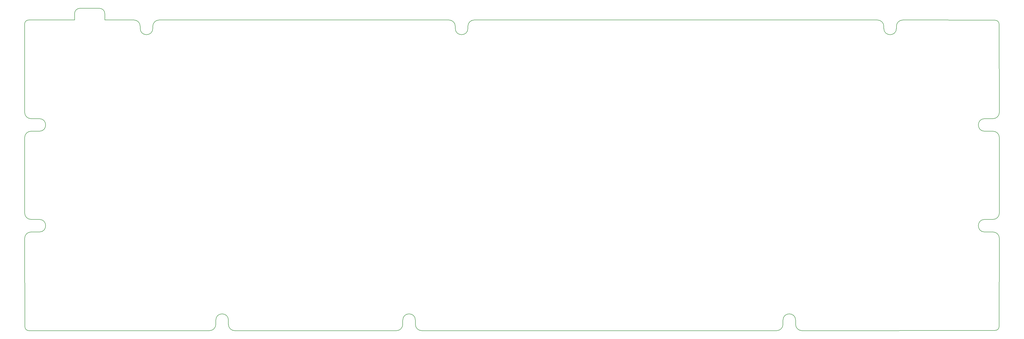
<source format=gbr>
G04 #@! TF.GenerationSoftware,KiCad,Pcbnew,(5.1.7)-1*
G04 #@! TF.CreationDate,2020-11-02T12:32:22-08:00*
G04 #@! TF.ProjectId,PCBV2,50434256-322e-46b6-9963-61645f706362,rev?*
G04 #@! TF.SameCoordinates,Original*
G04 #@! TF.FileFunction,Profile,NP*
%FSLAX46Y46*%
G04 Gerber Fmt 4.6, Leading zero omitted, Abs format (unit mm)*
G04 Created by KiCad (PCBNEW (5.1.7)-1) date 2020-11-02 12:32:22*
%MOMM*%
%LPD*%
G01*
G04 APERTURE LIST*
G04 #@! TA.AperFunction,Profile*
%ADD10C,0.200000*%
G04 #@! TD*
G04 APERTURE END LIST*
D10*
X380206250Y-198437500D02*
X453231250Y-198348600D01*
X377825000Y-196056250D02*
X377825000Y-194468750D01*
X86607650Y-196938900D02*
X86518750Y-163512500D01*
X156368750Y-198437500D02*
X88106250Y-198437500D01*
X158750000Y-196056250D02*
X158750000Y-194468750D01*
X163512500Y-196056250D02*
X163512500Y-194468750D01*
X227012500Y-198437500D02*
X165893750Y-198437500D01*
X229393750Y-196056250D02*
X229393750Y-194468750D01*
X234156250Y-196056250D02*
X234156250Y-194468750D01*
X373062500Y-196056250D02*
X373062500Y-194468750D01*
X454729850Y-196850000D02*
X454818750Y-163512500D01*
X254000000Y-84137500D02*
X254000000Y-83343750D01*
X249237500Y-84137500D02*
X249237500Y-83343750D01*
X411162500Y-84137500D02*
X411162500Y-83343750D01*
X415925000Y-84137500D02*
X415925000Y-83343750D01*
X449262500Y-123031250D02*
X452437500Y-123031250D01*
X449262500Y-118268750D02*
X452437500Y-118268750D01*
X452437500Y-161131250D02*
X449262500Y-161131250D01*
X452437500Y-156368750D02*
X449262500Y-156368750D01*
X88900000Y-161131250D02*
X92075000Y-161131250D01*
X88900000Y-156368750D02*
X92075000Y-156368750D01*
X88900000Y-123031250D02*
X92075000Y-123031250D01*
X88900000Y-118268750D02*
X92075000Y-118268750D01*
X134937500Y-83343750D02*
X134937500Y-84137500D01*
X130175000Y-83343750D02*
X130175000Y-84137500D01*
X127793750Y-80962500D02*
X117602000Y-80949800D01*
X246856250Y-80962500D02*
X137318750Y-80962500D01*
X408781250Y-80962500D02*
X256381250Y-80962500D01*
X453231250Y-81051400D02*
X418306250Y-80962500D01*
X454818750Y-115887500D02*
X454729850Y-82550000D01*
X454818750Y-153987500D02*
X454818750Y-125412500D01*
X236537500Y-198437500D02*
X370681250Y-198437500D01*
X86518750Y-125412500D02*
X86518750Y-153987500D01*
X86518750Y-82461100D02*
X86518750Y-115887500D01*
X105376980Y-80947260D02*
X88017350Y-80962500D01*
X86518750Y-163512500D02*
G75*
G02*
X88900000Y-161131250I2381250J0D01*
G01*
X88900000Y-156368750D02*
G75*
G02*
X86518750Y-153987500I0J2381250D01*
G01*
X86518750Y-125412500D02*
G75*
G02*
X88900000Y-123031250I2381250J0D01*
G01*
X88900000Y-118268750D02*
G75*
G02*
X86518750Y-115887500I0J2381250D01*
G01*
X134937500Y-83343750D02*
G75*
G02*
X137318750Y-80962500I2381250J0D01*
G01*
X127793750Y-80962500D02*
G75*
G02*
X130175000Y-83343750I0J-2381250D01*
G01*
X246856250Y-80962500D02*
G75*
G02*
X249237500Y-83343750I0J-2381250D01*
G01*
X254000000Y-83343750D02*
G75*
G02*
X256381250Y-80962500I2381250J0D01*
G01*
X415925000Y-83343750D02*
G75*
G02*
X418306250Y-80962500I2381250J0D01*
G01*
X408781250Y-80962500D02*
G75*
G02*
X411162500Y-83343750I0J-2381250D01*
G01*
X454818750Y-115887500D02*
G75*
G02*
X452437500Y-118268750I-2381250J0D01*
G01*
X452437500Y-123031250D02*
G75*
G02*
X454818750Y-125412500I0J-2381250D01*
G01*
X454818750Y-153987500D02*
G75*
G02*
X452437500Y-156368750I-2381250J0D01*
G01*
X452437500Y-161131250D02*
G75*
G02*
X454818750Y-163512500I0J-2381250D01*
G01*
X380206250Y-198437500D02*
G75*
G02*
X377825000Y-196056250I0J2381250D01*
G01*
X373062500Y-196056250D02*
G75*
G02*
X370681250Y-198437500I-2381250J0D01*
G01*
X236537500Y-198437500D02*
G75*
G02*
X234156250Y-196056250I0J2381250D01*
G01*
X229393750Y-196056250D02*
G75*
G02*
X227012500Y-198437500I-2381250J0D01*
G01*
X165893750Y-198437500D02*
G75*
G02*
X163512500Y-196056250I0J2381250D01*
G01*
X158750000Y-196056250D02*
G75*
G02*
X156368750Y-198437500I-2381250J0D01*
G01*
X92075000Y-156368750D02*
G75*
G02*
X92075000Y-161131250I0J-2381250D01*
G01*
X92075000Y-118268750D02*
G75*
G02*
X92075000Y-123031250I0J-2381250D01*
G01*
X158750000Y-194468750D02*
G75*
G02*
X163512500Y-194468750I2381250J0D01*
G01*
X449262500Y-123031250D02*
G75*
G02*
X449262500Y-118268750I0J2381250D01*
G01*
X449262500Y-161131250D02*
G75*
G02*
X449262500Y-156368750I0J2381250D01*
G01*
X229393750Y-194468750D02*
G75*
G02*
X234156250Y-194468750I2381250J0D01*
G01*
X373062500Y-194468750D02*
G75*
G02*
X377825000Y-194468750I2381250J0D01*
G01*
X415925000Y-84137500D02*
G75*
G02*
X411162500Y-84137500I-2381250J0D01*
G01*
X254000000Y-84137500D02*
G75*
G02*
X249237500Y-84137500I-2381250J0D01*
G01*
X134937500Y-84137500D02*
G75*
G02*
X130175000Y-84137500I-2381250J0D01*
G01*
X117602000Y-80949800D02*
X116814600Y-80949800D01*
X116808250Y-78568550D02*
X116814600Y-80949800D01*
X105378250Y-78568550D02*
X105376980Y-80947260D01*
X107410250Y-76536550D02*
X114776250Y-76536550D01*
X114776250Y-76536550D02*
G75*
G02*
X116808250Y-78568550I0J-2032000D01*
G01*
X105378250Y-78568550D02*
G75*
G02*
X107410250Y-76536550I2032000J0D01*
G01*
X453231250Y-81051400D02*
G75*
G02*
X454729850Y-82550000I0J-1498600D01*
G01*
X454729850Y-196850000D02*
G75*
G02*
X453231250Y-198348600I-1498600J0D01*
G01*
X88106250Y-198437500D02*
G75*
G02*
X86607650Y-196938900I0J1498600D01*
G01*
X86518750Y-82461100D02*
G75*
G02*
X88017350Y-80962500I1498600J0D01*
G01*
M02*

</source>
